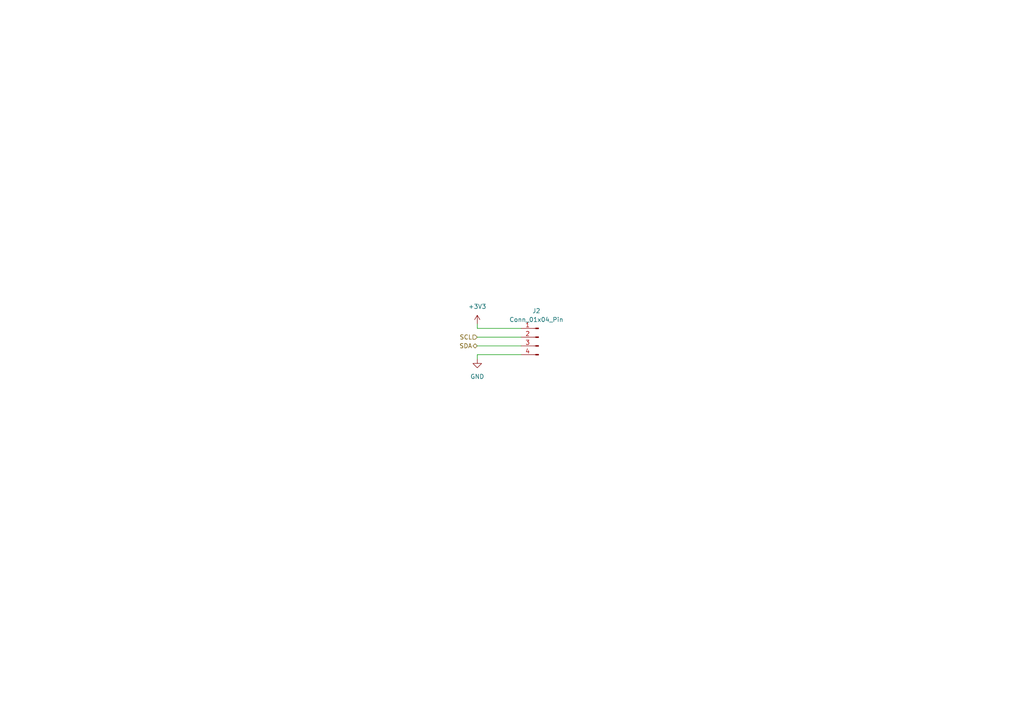
<source format=kicad_sch>
(kicad_sch (version 20250114) (generator "eeschema") (generator_version "9.0")
  (paper "A4")
  (lib_symbols
    (symbol "batteryless:Conn_01x04_Pin" (pin_names (offset 1.016) (hide yes))
      (property "Reference" "J" (at 0 5.08 0))
      (property "Value" "Conn_01x04_Pin" (at 0 -7.62 0))
      (symbol "Conn_01x04_Pin_1_1"
        (rectangle (start 0.8636 2.667) (end 0 2.413) (stroke (width 0.1524)) (fill (type outline)))
        (rectangle (start 0.8636 0.127) (end 0 -0.127) (stroke (width 0.1524)) (fill (type outline)))
        (rectangle (start 0.8636 -2.413) (end 0 -2.667) (stroke (width 0.1524)) (fill (type outline)))
        (rectangle (start 0.8636 -4.953) (end 0 -5.207) (stroke (width 0.1524)) (fill (type outline)))
        (polyline (pts (xy 1.27 2.54) (xy 0.8636 2.54)) (stroke (width 0.1524)))
        (polyline (pts (xy 1.27 0) (xy 0.8636 0)) (stroke (width 0.1524)))
        (polyline (pts (xy 1.27 -2.54) (xy 0.8636 -2.54)) (stroke (width 0.1524)))
        (polyline (pts (xy 1.27 -5.08) (xy 0.8636 -5.08)) (stroke (width 0.1524)))
        (pin passive line (at 5.08 2.54 180) (length 3.81) (name "Pin_1") (number "1"))
        (pin passive line (at 5.08 0 180) (length 3.81) (name "Pin_2") (number "2"))
        (pin passive line (at 5.08 -2.54 180) (length 3.81) (name "Pin_3") (number "3"))
        (pin passive line (at 5.08 -5.08 180) (length 3.81) (name "Pin_4") (number "4"))
      )
    )
    (symbol "bpower:+3V3" (power) (pin_numbers (hide yes)) (pin_names (offset 0) (hide yes))
      (property "Value" "+3V3" (at 0 3.556 0))
      (symbol "+3V3_0_1"
        (polyline (pts (xy -0.762 1.27) (xy 0 2.54)))
        (polyline (pts (xy 0 2.54) (xy 0.762 1.27)))
        (polyline (pts (xy 0 0) (xy 0 2.54)))
      )
      (symbol "+3V3_1_1"
        (pin power_in line (at 0 0 90) (length 0) (name "~") (number "1"))
      )
    )
    (symbol "bpower:GND" (power) (pin_numbers (hide yes)) (pin_names (offset 0) (hide yes))
      (property "Value" "GND" (at 0 -3.81 0))
      (symbol "GND_0_1"
        (polyline (pts (xy 0 0) (xy 0 -1.27) (xy 1.27 -1.27) (xy 0 -2.54) (xy -1.27 -1.27) (xy 0 -1.27)))
      )
      (symbol "GND_1_1"
        (pin power_in line (at 0 0 270) (length 0) (name "~") (number "1"))
      )
    )
  )
  (wire (pts (xy 138.43 104.14) (xy 138.43 102.87)))
  (wire (pts (xy 138.43 97.79) (xy 151.13 97.79)))
  (wire (pts (xy 138.43 102.87) (xy 151.13 102.87)))
  (wire (pts (xy 138.43 95.25) (xy 138.43 93.98)))
  (wire (pts (xy 151.13 95.25) (xy 138.43 95.25)))
  (wire (pts (xy 138.43 100.33) (xy 151.13 100.33)))
  (hierarchical_label "SCL" (shape input) (at 138.43 97.79 180))
  (hierarchical_label "SDA" (shape bidirectional) (at 138.43 100.33 180))
  (symbol (lib_id "bpower:+3V3") (at 138.43 93.98 0) (unit 1)
    (property "Reference" "#PWR021" (effects (hide yes)))
    (property "Value" "+3V3" (at 138.43 88.9 0))
    (property "Description" "Power symbol creates a global label with name \"+3V3\"" (effects (hide yes)))
  )
  (symbol (lib_id "batteryless:Conn_01x04_Pin") (at 156.21 97.79 0) (mirror y) (unit 1)
    (property "Reference" "J2" (at 155.575 90.17 0))
    (property "Value" "Conn_01x04_Pin" (at 155.575 92.71 0))
    (property "Footprint" "batteryless:PinHeader_1x04_P2.54mm_Vertical" (effects (hide yes)))
    (property "Description" "Generic connector, single row, 01x04, script generated" (effects (hide yes)))
  )
  (symbol (lib_id "bpower:GND") (at 138.43 104.14 0) (unit 1)
    (property "Reference" "#PWR054" (effects (hide yes)))
    (property "Value" "GND" (at 138.43 109.22 0))
    (property "Description" "Power symbol creates a global label with name \"GND\" , ground" (effects (hide yes)))
  )
)
</source>
